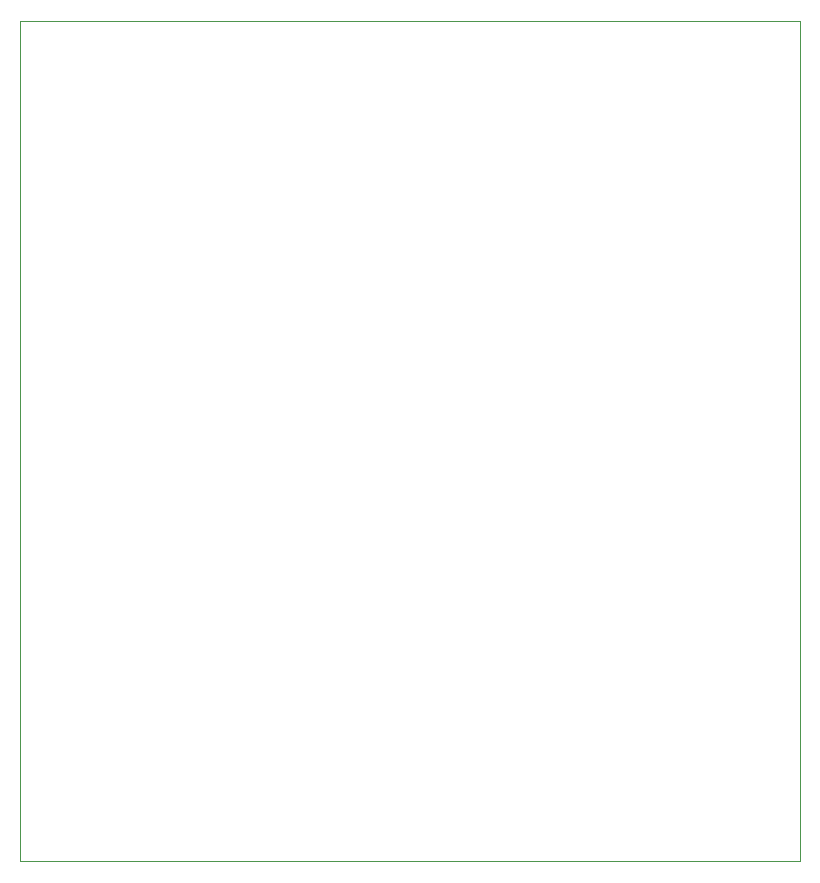
<source format=gbr>
%TF.GenerationSoftware,KiCad,Pcbnew,7.0.2*%
%TF.CreationDate,2023-11-02T12:22:51+01:00*%
%TF.ProjectId,stm_audio_board_V2,73746d5f-6175-4646-996f-5f626f617264,rev?*%
%TF.SameCoordinates,Original*%
%TF.FileFunction,Profile,NP*%
%FSLAX46Y46*%
G04 Gerber Fmt 4.6, Leading zero omitted, Abs format (unit mm)*
G04 Created by KiCad (PCBNEW 7.0.2) date 2023-11-02 12:22:51*
%MOMM*%
%LPD*%
G01*
G04 APERTURE LIST*
%TA.AperFunction,Profile*%
%ADD10C,0.100000*%
%TD*%
G04 APERTURE END LIST*
D10*
X182880000Y-45720000D02*
X248920000Y-45720000D01*
X248920000Y-116840000D01*
X182880000Y-116840000D01*
X182880000Y-45720000D01*
M02*

</source>
